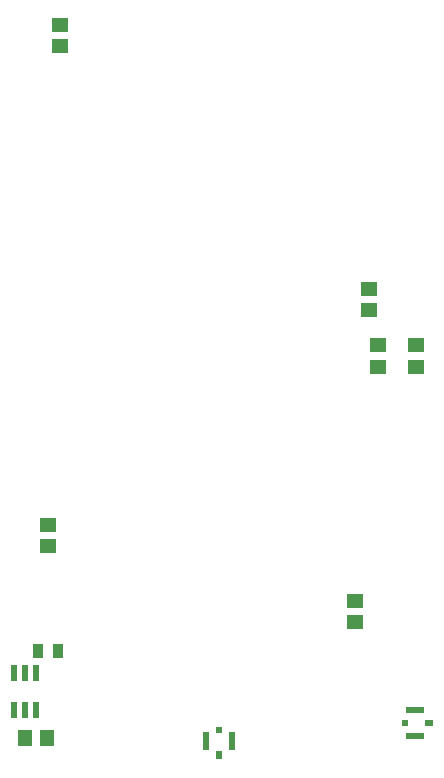
<source format=gbr>
G04 Layer_Color=128*
%FSLAX26Y26*%
%MOIN*%
%TF.FileFunction,Paste,Bot*%
%TF.Part,Single*%
G01*
G75*
%TA.AperFunction,SMDPad,CuDef*%
%ADD11R,0.033465X0.051181*%
%ADD12R,0.057087X0.045276*%
%ADD17R,0.045276X0.057087*%
%ADD48R,0.023622X0.059055*%
%ADD49R,0.019685X0.019685*%
%ADD50R,0.019685X0.029528*%
%ADD51R,0.059055X0.023622*%
%ADD52R,0.019685X0.019685*%
%ADD53R,0.029528X0.019685*%
%ADD54R,0.021654X0.055118*%
D11*
X-1012904Y-2075152D02*
D03*
X-945976D02*
D03*
D12*
X-978999Y-1725434D02*
D03*
Y-1654568D02*
D03*
X121582Y-1056728D02*
D03*
Y-1127594D02*
D03*
X90716Y-868160D02*
D03*
Y-939026D02*
D03*
X246582Y-1127594D02*
D03*
Y-1056726D02*
D03*
X-940000Y-59434D02*
D03*
Y11432D02*
D03*
X43694Y-1908772D02*
D03*
Y-1979638D02*
D03*
D17*
X-984008Y-2365152D02*
D03*
X-1054874D02*
D03*
D48*
X-366692Y-2375000D02*
D03*
X-453308D02*
D03*
D49*
X-410000Y-2339566D02*
D03*
D50*
Y-2422244D02*
D03*
D51*
X245000Y-2271692D02*
D03*
Y-2358308D02*
D03*
D52*
X209566Y-2315000D02*
D03*
D53*
X292244D02*
D03*
D54*
X-1093142Y-2272048D02*
D03*
X-1055740D02*
D03*
X-1018338D02*
D03*
Y-2148034D02*
D03*
X-1055740D02*
D03*
X-1093142D02*
D03*
%TF.MD5,8e669924c7f3570bdceb9f762d800ca1*%
M02*

</source>
